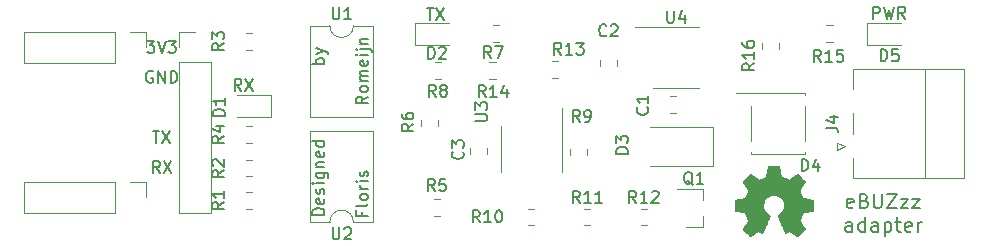
<source format=gbr>
G04 #@! TF.GenerationSoftware,KiCad,Pcbnew,5.1.4-e60b266~84~ubuntu18.04.1*
G04 #@! TF.CreationDate,2019-08-12T17:35:48+02:00*
G04 #@! TF.ProjectId,ebuzzz-adapter,6562757a-7a7a-42d6-9164-61707465722e,rev?*
G04 #@! TF.SameCoordinates,Original*
G04 #@! TF.FileFunction,Legend,Top*
G04 #@! TF.FilePolarity,Positive*
%FSLAX46Y46*%
G04 Gerber Fmt 4.6, Leading zero omitted, Abs format (unit mm)*
G04 Created by KiCad (PCBNEW 5.1.4-e60b266~84~ubuntu18.04.1) date 2019-08-12 17:35:48*
%MOMM*%
%LPD*%
G04 APERTURE LIST*
%ADD10C,0.150000*%
%ADD11C,0.200000*%
%ADD12C,0.010000*%
%ADD13C,0.120000*%
G04 APERTURE END LIST*
D10*
X105441904Y-72096380D02*
X106060952Y-72096380D01*
X105727619Y-72477333D01*
X105870476Y-72477333D01*
X105965714Y-72524952D01*
X106013333Y-72572571D01*
X106060952Y-72667809D01*
X106060952Y-72905904D01*
X106013333Y-73001142D01*
X105965714Y-73048761D01*
X105870476Y-73096380D01*
X105584761Y-73096380D01*
X105489523Y-73048761D01*
X105441904Y-73001142D01*
X106346666Y-72096380D02*
X106680000Y-73096380D01*
X107013333Y-72096380D01*
X107251428Y-72096380D02*
X107870476Y-72096380D01*
X107537142Y-72477333D01*
X107680000Y-72477333D01*
X107775238Y-72524952D01*
X107822857Y-72572571D01*
X107870476Y-72667809D01*
X107870476Y-72905904D01*
X107822857Y-73001142D01*
X107775238Y-73048761D01*
X107680000Y-73096380D01*
X107394285Y-73096380D01*
X107299047Y-73048761D01*
X107251428Y-73001142D01*
X106513333Y-83256380D02*
X106180000Y-82780190D01*
X105941904Y-83256380D02*
X105941904Y-82256380D01*
X106322857Y-82256380D01*
X106418095Y-82304000D01*
X106465714Y-82351619D01*
X106513333Y-82446857D01*
X106513333Y-82589714D01*
X106465714Y-82684952D01*
X106418095Y-82732571D01*
X106322857Y-82780190D01*
X105941904Y-82780190D01*
X106846666Y-82256380D02*
X107513333Y-83256380D01*
X107513333Y-82256380D02*
X106846666Y-83256380D01*
X105918095Y-79716380D02*
X106489523Y-79716380D01*
X106203809Y-80716380D02*
X106203809Y-79716380D01*
X106727619Y-79716380D02*
X107394285Y-80716380D01*
X107394285Y-79716380D02*
X106727619Y-80716380D01*
X105918095Y-74684000D02*
X105822857Y-74636380D01*
X105680000Y-74636380D01*
X105537142Y-74684000D01*
X105441904Y-74779238D01*
X105394285Y-74874476D01*
X105346666Y-75064952D01*
X105346666Y-75207809D01*
X105394285Y-75398285D01*
X105441904Y-75493523D01*
X105537142Y-75588761D01*
X105680000Y-75636380D01*
X105775238Y-75636380D01*
X105918095Y-75588761D01*
X105965714Y-75541142D01*
X105965714Y-75207809D01*
X105775238Y-75207809D01*
X106394285Y-75636380D02*
X106394285Y-74636380D01*
X106965714Y-75636380D01*
X106965714Y-74636380D01*
X107441904Y-75636380D02*
X107441904Y-74636380D01*
X107680000Y-74636380D01*
X107822857Y-74684000D01*
X107918095Y-74779238D01*
X107965714Y-74874476D01*
X108013333Y-75064952D01*
X108013333Y-75207809D01*
X107965714Y-75398285D01*
X107918095Y-75493523D01*
X107822857Y-75588761D01*
X107680000Y-75636380D01*
X107441904Y-75636380D01*
X123628571Y-86566666D02*
X123628571Y-86900000D01*
X124152380Y-86900000D02*
X123152380Y-86900000D01*
X123152380Y-86423809D01*
X124152380Y-85900000D02*
X124104761Y-85995238D01*
X124009523Y-86042857D01*
X123152380Y-86042857D01*
X124152380Y-85376190D02*
X124104761Y-85471428D01*
X124057142Y-85519047D01*
X123961904Y-85566666D01*
X123676190Y-85566666D01*
X123580952Y-85519047D01*
X123533333Y-85471428D01*
X123485714Y-85376190D01*
X123485714Y-85233333D01*
X123533333Y-85138095D01*
X123580952Y-85090476D01*
X123676190Y-85042857D01*
X123961904Y-85042857D01*
X124057142Y-85090476D01*
X124104761Y-85138095D01*
X124152380Y-85233333D01*
X124152380Y-85376190D01*
X124152380Y-84614285D02*
X123485714Y-84614285D01*
X123676190Y-84614285D02*
X123580952Y-84566666D01*
X123533333Y-84519047D01*
X123485714Y-84423809D01*
X123485714Y-84328571D01*
X124152380Y-83995238D02*
X123485714Y-83995238D01*
X123152380Y-83995238D02*
X123200000Y-84042857D01*
X123247619Y-83995238D01*
X123200000Y-83947619D01*
X123152380Y-83995238D01*
X123247619Y-83995238D01*
X124104761Y-83566666D02*
X124152380Y-83471428D01*
X124152380Y-83280952D01*
X124104761Y-83185714D01*
X124009523Y-83138095D01*
X123961904Y-83138095D01*
X123866666Y-83185714D01*
X123819047Y-83280952D01*
X123819047Y-83423809D01*
X123771428Y-83519047D01*
X123676190Y-83566666D01*
X123628571Y-83566666D01*
X123533333Y-83519047D01*
X123485714Y-83423809D01*
X123485714Y-83280952D01*
X123533333Y-83185714D01*
X124152380Y-76804761D02*
X123676190Y-77138095D01*
X124152380Y-77376190D02*
X123152380Y-77376190D01*
X123152380Y-76995238D01*
X123200000Y-76900000D01*
X123247619Y-76852380D01*
X123342857Y-76804761D01*
X123485714Y-76804761D01*
X123580952Y-76852380D01*
X123628571Y-76900000D01*
X123676190Y-76995238D01*
X123676190Y-77376190D01*
X124152380Y-76233333D02*
X124104761Y-76328571D01*
X124057142Y-76376190D01*
X123961904Y-76423809D01*
X123676190Y-76423809D01*
X123580952Y-76376190D01*
X123533333Y-76328571D01*
X123485714Y-76233333D01*
X123485714Y-76090476D01*
X123533333Y-75995238D01*
X123580952Y-75947619D01*
X123676190Y-75900000D01*
X123961904Y-75900000D01*
X124057142Y-75947619D01*
X124104761Y-75995238D01*
X124152380Y-76090476D01*
X124152380Y-76233333D01*
X124152380Y-75471428D02*
X123485714Y-75471428D01*
X123580952Y-75471428D02*
X123533333Y-75423809D01*
X123485714Y-75328571D01*
X123485714Y-75185714D01*
X123533333Y-75090476D01*
X123628571Y-75042857D01*
X124152380Y-75042857D01*
X123628571Y-75042857D02*
X123533333Y-74995238D01*
X123485714Y-74900000D01*
X123485714Y-74757142D01*
X123533333Y-74661904D01*
X123628571Y-74614285D01*
X124152380Y-74614285D01*
X124104761Y-73757142D02*
X124152380Y-73852380D01*
X124152380Y-74042857D01*
X124104761Y-74138095D01*
X124009523Y-74185714D01*
X123628571Y-74185714D01*
X123533333Y-74138095D01*
X123485714Y-74042857D01*
X123485714Y-73852380D01*
X123533333Y-73757142D01*
X123628571Y-73709523D01*
X123723809Y-73709523D01*
X123819047Y-74185714D01*
X124152380Y-73280952D02*
X123485714Y-73280952D01*
X123152380Y-73280952D02*
X123200000Y-73328571D01*
X123247619Y-73280952D01*
X123200000Y-73233333D01*
X123152380Y-73280952D01*
X123247619Y-73280952D01*
X123485714Y-72804761D02*
X124342857Y-72804761D01*
X124438095Y-72852380D01*
X124485714Y-72947619D01*
X124485714Y-72995238D01*
X123152380Y-72804761D02*
X123200000Y-72852380D01*
X123247619Y-72804761D01*
X123200000Y-72757142D01*
X123152380Y-72804761D01*
X123247619Y-72804761D01*
X123485714Y-72328571D02*
X124152380Y-72328571D01*
X123580952Y-72328571D02*
X123533333Y-72280952D01*
X123485714Y-72185714D01*
X123485714Y-72042857D01*
X123533333Y-71947619D01*
X123628571Y-71900000D01*
X124152380Y-71900000D01*
X120452380Y-86830952D02*
X119452380Y-86830952D01*
X119452380Y-86592857D01*
X119500000Y-86450000D01*
X119595238Y-86354761D01*
X119690476Y-86307142D01*
X119880952Y-86259523D01*
X120023809Y-86259523D01*
X120214285Y-86307142D01*
X120309523Y-86354761D01*
X120404761Y-86450000D01*
X120452380Y-86592857D01*
X120452380Y-86830952D01*
X120404761Y-85450000D02*
X120452380Y-85545238D01*
X120452380Y-85735714D01*
X120404761Y-85830952D01*
X120309523Y-85878571D01*
X119928571Y-85878571D01*
X119833333Y-85830952D01*
X119785714Y-85735714D01*
X119785714Y-85545238D01*
X119833333Y-85450000D01*
X119928571Y-85402380D01*
X120023809Y-85402380D01*
X120119047Y-85878571D01*
X120404761Y-85021428D02*
X120452380Y-84926190D01*
X120452380Y-84735714D01*
X120404761Y-84640476D01*
X120309523Y-84592857D01*
X120261904Y-84592857D01*
X120166666Y-84640476D01*
X120119047Y-84735714D01*
X120119047Y-84878571D01*
X120071428Y-84973809D01*
X119976190Y-85021428D01*
X119928571Y-85021428D01*
X119833333Y-84973809D01*
X119785714Y-84878571D01*
X119785714Y-84735714D01*
X119833333Y-84640476D01*
X120452380Y-84164285D02*
X119785714Y-84164285D01*
X119452380Y-84164285D02*
X119500000Y-84211904D01*
X119547619Y-84164285D01*
X119500000Y-84116666D01*
X119452380Y-84164285D01*
X119547619Y-84164285D01*
X119785714Y-83259523D02*
X120595238Y-83259523D01*
X120690476Y-83307142D01*
X120738095Y-83354761D01*
X120785714Y-83450000D01*
X120785714Y-83592857D01*
X120738095Y-83688095D01*
X120404761Y-83259523D02*
X120452380Y-83354761D01*
X120452380Y-83545238D01*
X120404761Y-83640476D01*
X120357142Y-83688095D01*
X120261904Y-83735714D01*
X119976190Y-83735714D01*
X119880952Y-83688095D01*
X119833333Y-83640476D01*
X119785714Y-83545238D01*
X119785714Y-83354761D01*
X119833333Y-83259523D01*
X119785714Y-82783333D02*
X120452380Y-82783333D01*
X119880952Y-82783333D02*
X119833333Y-82735714D01*
X119785714Y-82640476D01*
X119785714Y-82497619D01*
X119833333Y-82402380D01*
X119928571Y-82354761D01*
X120452380Y-82354761D01*
X120404761Y-81497619D02*
X120452380Y-81592857D01*
X120452380Y-81783333D01*
X120404761Y-81878571D01*
X120309523Y-81926190D01*
X119928571Y-81926190D01*
X119833333Y-81878571D01*
X119785714Y-81783333D01*
X119785714Y-81592857D01*
X119833333Y-81497619D01*
X119928571Y-81450000D01*
X120023809Y-81450000D01*
X120119047Y-81926190D01*
X120452380Y-80592857D02*
X119452380Y-80592857D01*
X120404761Y-80592857D02*
X120452380Y-80688095D01*
X120452380Y-80878571D01*
X120404761Y-80973809D01*
X120357142Y-81021428D01*
X120261904Y-81069047D01*
X119976190Y-81069047D01*
X119880952Y-81021428D01*
X119833333Y-80973809D01*
X119785714Y-80878571D01*
X119785714Y-80688095D01*
X119833333Y-80592857D01*
X120452380Y-74021428D02*
X119452380Y-74021428D01*
X119833333Y-74021428D02*
X119785714Y-73926190D01*
X119785714Y-73735714D01*
X119833333Y-73640476D01*
X119880952Y-73592857D01*
X119976190Y-73545238D01*
X120261904Y-73545238D01*
X120357142Y-73592857D01*
X120404761Y-73640476D01*
X120452380Y-73735714D01*
X120452380Y-73926190D01*
X120404761Y-74021428D01*
X119785714Y-73211904D02*
X120452380Y-72973809D01*
X119785714Y-72735714D02*
X120452380Y-72973809D01*
X120690476Y-73069047D01*
X120738095Y-73116666D01*
X120785714Y-73211904D01*
D11*
X165207142Y-86185714D02*
X165092857Y-86242857D01*
X164864285Y-86242857D01*
X164750000Y-86185714D01*
X164692857Y-86071428D01*
X164692857Y-85614285D01*
X164750000Y-85500000D01*
X164864285Y-85442857D01*
X165092857Y-85442857D01*
X165207142Y-85500000D01*
X165264285Y-85614285D01*
X165264285Y-85728571D01*
X164692857Y-85842857D01*
X166178571Y-85614285D02*
X166350000Y-85671428D01*
X166407142Y-85728571D01*
X166464285Y-85842857D01*
X166464285Y-86014285D01*
X166407142Y-86128571D01*
X166350000Y-86185714D01*
X166235714Y-86242857D01*
X165778571Y-86242857D01*
X165778571Y-85042857D01*
X166178571Y-85042857D01*
X166292857Y-85100000D01*
X166350000Y-85157142D01*
X166407142Y-85271428D01*
X166407142Y-85385714D01*
X166350000Y-85500000D01*
X166292857Y-85557142D01*
X166178571Y-85614285D01*
X165778571Y-85614285D01*
X166978571Y-85042857D02*
X166978571Y-86014285D01*
X167035714Y-86128571D01*
X167092857Y-86185714D01*
X167207142Y-86242857D01*
X167435714Y-86242857D01*
X167550000Y-86185714D01*
X167607142Y-86128571D01*
X167664285Y-86014285D01*
X167664285Y-85042857D01*
X168121428Y-85042857D02*
X168921428Y-85042857D01*
X168121428Y-86242857D01*
X168921428Y-86242857D01*
X169264285Y-85442857D02*
X169892857Y-85442857D01*
X169264285Y-86242857D01*
X169892857Y-86242857D01*
X170235714Y-85442857D02*
X170864285Y-85442857D01*
X170235714Y-86242857D01*
X170864285Y-86242857D01*
X165150000Y-88242857D02*
X165150000Y-87614285D01*
X165092857Y-87500000D01*
X164978571Y-87442857D01*
X164750000Y-87442857D01*
X164635714Y-87500000D01*
X165150000Y-88185714D02*
X165035714Y-88242857D01*
X164750000Y-88242857D01*
X164635714Y-88185714D01*
X164578571Y-88071428D01*
X164578571Y-87957142D01*
X164635714Y-87842857D01*
X164750000Y-87785714D01*
X165035714Y-87785714D01*
X165150000Y-87728571D01*
X166235714Y-88242857D02*
X166235714Y-87042857D01*
X166235714Y-88185714D02*
X166121428Y-88242857D01*
X165892857Y-88242857D01*
X165778571Y-88185714D01*
X165721428Y-88128571D01*
X165664285Y-88014285D01*
X165664285Y-87671428D01*
X165721428Y-87557142D01*
X165778571Y-87500000D01*
X165892857Y-87442857D01*
X166121428Y-87442857D01*
X166235714Y-87500000D01*
X167321428Y-88242857D02*
X167321428Y-87614285D01*
X167264285Y-87500000D01*
X167150000Y-87442857D01*
X166921428Y-87442857D01*
X166807142Y-87500000D01*
X167321428Y-88185714D02*
X167207142Y-88242857D01*
X166921428Y-88242857D01*
X166807142Y-88185714D01*
X166750000Y-88071428D01*
X166750000Y-87957142D01*
X166807142Y-87842857D01*
X166921428Y-87785714D01*
X167207142Y-87785714D01*
X167321428Y-87728571D01*
X167892857Y-87442857D02*
X167892857Y-88642857D01*
X167892857Y-87500000D02*
X168007142Y-87442857D01*
X168235714Y-87442857D01*
X168350000Y-87500000D01*
X168407142Y-87557142D01*
X168464285Y-87671428D01*
X168464285Y-88014285D01*
X168407142Y-88128571D01*
X168350000Y-88185714D01*
X168235714Y-88242857D01*
X168007142Y-88242857D01*
X167892857Y-88185714D01*
X168807142Y-87442857D02*
X169264285Y-87442857D01*
X168978571Y-87042857D02*
X168978571Y-88071428D01*
X169035714Y-88185714D01*
X169150000Y-88242857D01*
X169264285Y-88242857D01*
X170121428Y-88185714D02*
X170007142Y-88242857D01*
X169778571Y-88242857D01*
X169664285Y-88185714D01*
X169607142Y-88071428D01*
X169607142Y-87614285D01*
X169664285Y-87500000D01*
X169778571Y-87442857D01*
X170007142Y-87442857D01*
X170121428Y-87500000D01*
X170178571Y-87614285D01*
X170178571Y-87728571D01*
X169607142Y-87842857D01*
X170692857Y-88242857D02*
X170692857Y-87442857D01*
X170692857Y-87671428D02*
X170750000Y-87557142D01*
X170807142Y-87500000D01*
X170921428Y-87442857D01*
X171035714Y-87442857D01*
D10*
X113433333Y-76302380D02*
X113100000Y-75826190D01*
X112861904Y-76302380D02*
X112861904Y-75302380D01*
X113242857Y-75302380D01*
X113338095Y-75350000D01*
X113385714Y-75397619D01*
X113433333Y-75492857D01*
X113433333Y-75635714D01*
X113385714Y-75730952D01*
X113338095Y-75778571D01*
X113242857Y-75826190D01*
X112861904Y-75826190D01*
X113766666Y-75302380D02*
X114433333Y-76302380D01*
X114433333Y-75302380D02*
X113766666Y-76302380D01*
X129138095Y-69302380D02*
X129709523Y-69302380D01*
X129423809Y-70302380D02*
X129423809Y-69302380D01*
X129947619Y-69302380D02*
X130614285Y-70302380D01*
X130614285Y-69302380D02*
X129947619Y-70302380D01*
X166916666Y-70202380D02*
X166916666Y-69202380D01*
X167297619Y-69202380D01*
X167392857Y-69250000D01*
X167440476Y-69297619D01*
X167488095Y-69392857D01*
X167488095Y-69535714D01*
X167440476Y-69630952D01*
X167392857Y-69678571D01*
X167297619Y-69726190D01*
X166916666Y-69726190D01*
X167821428Y-69202380D02*
X168059523Y-70202380D01*
X168250000Y-69488095D01*
X168440476Y-70202380D01*
X168678571Y-69202380D01*
X169630952Y-70202380D02*
X169297619Y-69726190D01*
X169059523Y-70202380D02*
X169059523Y-69202380D01*
X169440476Y-69202380D01*
X169535714Y-69250000D01*
X169583333Y-69297619D01*
X169630952Y-69392857D01*
X169630952Y-69535714D01*
X169583333Y-69630952D01*
X169535714Y-69678571D01*
X169440476Y-69726190D01*
X169059523Y-69726190D01*
D12*
G36*
X159055814Y-83168931D02*
G01*
X159139635Y-83613555D01*
X159448920Y-83741053D01*
X159758206Y-83868551D01*
X160129246Y-83616246D01*
X160233157Y-83545996D01*
X160327087Y-83483272D01*
X160406652Y-83430938D01*
X160467470Y-83391857D01*
X160505157Y-83368893D01*
X160515421Y-83363942D01*
X160533910Y-83376676D01*
X160573420Y-83411882D01*
X160629522Y-83465062D01*
X160697787Y-83531718D01*
X160773786Y-83607354D01*
X160853092Y-83687472D01*
X160931275Y-83767574D01*
X161003907Y-83843164D01*
X161066559Y-83909745D01*
X161114803Y-83962818D01*
X161144210Y-83997887D01*
X161151241Y-84009623D01*
X161141123Y-84031260D01*
X161112759Y-84078662D01*
X161069129Y-84147193D01*
X161013218Y-84232215D01*
X160948006Y-84329093D01*
X160910219Y-84384350D01*
X160841343Y-84485248D01*
X160780140Y-84576299D01*
X160729578Y-84652970D01*
X160692628Y-84710728D01*
X160672258Y-84745043D01*
X160669197Y-84752254D01*
X160676136Y-84772748D01*
X160695051Y-84820513D01*
X160723087Y-84888832D01*
X160757391Y-84970989D01*
X160795109Y-85060270D01*
X160833387Y-85149958D01*
X160869370Y-85233338D01*
X160900206Y-85303694D01*
X160923039Y-85354310D01*
X160935017Y-85378471D01*
X160935724Y-85379422D01*
X160954531Y-85384036D01*
X161004618Y-85394328D01*
X161080793Y-85409287D01*
X161177865Y-85427901D01*
X161290643Y-85449159D01*
X161356442Y-85461418D01*
X161476950Y-85484362D01*
X161585797Y-85506195D01*
X161677476Y-85525722D01*
X161746481Y-85541748D01*
X161787304Y-85553079D01*
X161795511Y-85556674D01*
X161803548Y-85581006D01*
X161810033Y-85635959D01*
X161814970Y-85715108D01*
X161818364Y-85812026D01*
X161820218Y-85920287D01*
X161820538Y-86033465D01*
X161819327Y-86145135D01*
X161816590Y-86248868D01*
X161812331Y-86338241D01*
X161806555Y-86406826D01*
X161799267Y-86448197D01*
X161794895Y-86456810D01*
X161768764Y-86467133D01*
X161713393Y-86481892D01*
X161636107Y-86499352D01*
X161544230Y-86517780D01*
X161512158Y-86523741D01*
X161357524Y-86552066D01*
X161235375Y-86574876D01*
X161141673Y-86593080D01*
X161072384Y-86607583D01*
X161023471Y-86619292D01*
X160990897Y-86629115D01*
X160970628Y-86637956D01*
X160958626Y-86646724D01*
X160956947Y-86648457D01*
X160940184Y-86676371D01*
X160914614Y-86730695D01*
X160882788Y-86804777D01*
X160847260Y-86891965D01*
X160810583Y-86985608D01*
X160775311Y-87079052D01*
X160743996Y-87165647D01*
X160719193Y-87238740D01*
X160703454Y-87291678D01*
X160699332Y-87317811D01*
X160699676Y-87318726D01*
X160713641Y-87340086D01*
X160745322Y-87387084D01*
X160791391Y-87454827D01*
X160848518Y-87538423D01*
X160913373Y-87632982D01*
X160931843Y-87659854D01*
X160997699Y-87757275D01*
X161055650Y-87846163D01*
X161102538Y-87921412D01*
X161135207Y-87977920D01*
X161150500Y-88010581D01*
X161151241Y-88014593D01*
X161138392Y-88035684D01*
X161102888Y-88077464D01*
X161049293Y-88135445D01*
X160982171Y-88205135D01*
X160906087Y-88282045D01*
X160825604Y-88361683D01*
X160745287Y-88439561D01*
X160669699Y-88511186D01*
X160603405Y-88572070D01*
X160550969Y-88617721D01*
X160516955Y-88643650D01*
X160507545Y-88647883D01*
X160485643Y-88637912D01*
X160440800Y-88611020D01*
X160380321Y-88571736D01*
X160333789Y-88540117D01*
X160249475Y-88482098D01*
X160149626Y-88413784D01*
X160049473Y-88345579D01*
X159995627Y-88309075D01*
X159813371Y-88185800D01*
X159660381Y-88268520D01*
X159590682Y-88304759D01*
X159531414Y-88332926D01*
X159491311Y-88348991D01*
X159481103Y-88351226D01*
X159468829Y-88334722D01*
X159444613Y-88288082D01*
X159410263Y-88215609D01*
X159367588Y-88121606D01*
X159318394Y-88010374D01*
X159264490Y-87886215D01*
X159207684Y-87753432D01*
X159149782Y-87616327D01*
X159092593Y-87479202D01*
X159037924Y-87346358D01*
X158987584Y-87222098D01*
X158943380Y-87110725D01*
X158907119Y-87016539D01*
X158880609Y-86943844D01*
X158865658Y-86896941D01*
X158863254Y-86880833D01*
X158882311Y-86860286D01*
X158924036Y-86826933D01*
X158979706Y-86787702D01*
X158984378Y-86784599D01*
X159128264Y-86669423D01*
X159244283Y-86535053D01*
X159331430Y-86385784D01*
X159388699Y-86225913D01*
X159415086Y-86059737D01*
X159409585Y-85891552D01*
X159371190Y-85725655D01*
X159298895Y-85566342D01*
X159277626Y-85531487D01*
X159166996Y-85390737D01*
X159036302Y-85277714D01*
X158890064Y-85193003D01*
X158732808Y-85137194D01*
X158569057Y-85110874D01*
X158403333Y-85114630D01*
X158240162Y-85149050D01*
X158084065Y-85214723D01*
X157939567Y-85312235D01*
X157894869Y-85351813D01*
X157781112Y-85475703D01*
X157698218Y-85606124D01*
X157641356Y-85752315D01*
X157609687Y-85897088D01*
X157601869Y-86059860D01*
X157627938Y-86223440D01*
X157685245Y-86382298D01*
X157771144Y-86530906D01*
X157882986Y-86663735D01*
X158018123Y-86775256D01*
X158035883Y-86787011D01*
X158092150Y-86825508D01*
X158134923Y-86858863D01*
X158155372Y-86880160D01*
X158155669Y-86880833D01*
X158151279Y-86903871D01*
X158133876Y-86956157D01*
X158105268Y-87033390D01*
X158067265Y-87131268D01*
X158021674Y-87245491D01*
X157970303Y-87371758D01*
X157914962Y-87505767D01*
X157857458Y-87643218D01*
X157799601Y-87779808D01*
X157743198Y-87911237D01*
X157690058Y-88033205D01*
X157641990Y-88141409D01*
X157600801Y-88231549D01*
X157568301Y-88299323D01*
X157546297Y-88340430D01*
X157537436Y-88351226D01*
X157510360Y-88342819D01*
X157459697Y-88320272D01*
X157394183Y-88287613D01*
X157358159Y-88268520D01*
X157205168Y-88185800D01*
X157022912Y-88309075D01*
X156929875Y-88372228D01*
X156828015Y-88441727D01*
X156732562Y-88507165D01*
X156684750Y-88540117D01*
X156617505Y-88585273D01*
X156560564Y-88621057D01*
X156521354Y-88642938D01*
X156508619Y-88647563D01*
X156490083Y-88635085D01*
X156449059Y-88600252D01*
X156389525Y-88546678D01*
X156315458Y-88477983D01*
X156230835Y-88397781D01*
X156177315Y-88346286D01*
X156083681Y-88254286D01*
X156002759Y-88171999D01*
X155937823Y-88102945D01*
X155892142Y-88050644D01*
X155868989Y-88018616D01*
X155866768Y-88012116D01*
X155877076Y-87987394D01*
X155905561Y-87937405D01*
X155949063Y-87867212D01*
X156004423Y-87781875D01*
X156068480Y-87686456D01*
X156086697Y-87659854D01*
X156153073Y-87563167D01*
X156212622Y-87476117D01*
X156262016Y-87403595D01*
X156297925Y-87350493D01*
X156317019Y-87321703D01*
X156318864Y-87318726D01*
X156316105Y-87295782D01*
X156301462Y-87245336D01*
X156277487Y-87174041D01*
X156246734Y-87088547D01*
X156211756Y-86995507D01*
X156175107Y-86901574D01*
X156139339Y-86813399D01*
X156107006Y-86737634D01*
X156080662Y-86680931D01*
X156062858Y-86649943D01*
X156061593Y-86648457D01*
X156050706Y-86639601D01*
X156032318Y-86630843D01*
X156002394Y-86621277D01*
X155956897Y-86609996D01*
X155891791Y-86596093D01*
X155803039Y-86578663D01*
X155686607Y-86556798D01*
X155538458Y-86529591D01*
X155506382Y-86523741D01*
X155411314Y-86505374D01*
X155328435Y-86487405D01*
X155265070Y-86471569D01*
X155228542Y-86459600D01*
X155223644Y-86456810D01*
X155215573Y-86432072D01*
X155209013Y-86376790D01*
X155203967Y-86297389D01*
X155200441Y-86200296D01*
X155198439Y-86091938D01*
X155197964Y-85978740D01*
X155199023Y-85867128D01*
X155201618Y-85763529D01*
X155205754Y-85674368D01*
X155211437Y-85606072D01*
X155218669Y-85565066D01*
X155223029Y-85556674D01*
X155247302Y-85548208D01*
X155302574Y-85534435D01*
X155383338Y-85516550D01*
X155484088Y-85495748D01*
X155599317Y-85473223D01*
X155662098Y-85461418D01*
X155781213Y-85439151D01*
X155887435Y-85418979D01*
X155975573Y-85401915D01*
X156040434Y-85388969D01*
X156076826Y-85381155D01*
X156082816Y-85379422D01*
X156092939Y-85359890D01*
X156114338Y-85312843D01*
X156144161Y-85245003D01*
X156179555Y-85163091D01*
X156217668Y-85073828D01*
X156255647Y-84983935D01*
X156290640Y-84900135D01*
X156319794Y-84829147D01*
X156340257Y-84777694D01*
X156349177Y-84752497D01*
X156349343Y-84751396D01*
X156339231Y-84731519D01*
X156310883Y-84685777D01*
X156267277Y-84618717D01*
X156211394Y-84534884D01*
X156146213Y-84438826D01*
X156108321Y-84383650D01*
X156039275Y-84282481D01*
X155977950Y-84190630D01*
X155927337Y-84112744D01*
X155890429Y-84053469D01*
X155870218Y-84017451D01*
X155867299Y-84009377D01*
X155879847Y-83990584D01*
X155914537Y-83950457D01*
X155966937Y-83893493D01*
X156032616Y-83824185D01*
X156107144Y-83747031D01*
X156186087Y-83666525D01*
X156265017Y-83587163D01*
X156339500Y-83513440D01*
X156405106Y-83449852D01*
X156457404Y-83400894D01*
X156491961Y-83371061D01*
X156503522Y-83363942D01*
X156522346Y-83373953D01*
X156567369Y-83402078D01*
X156634213Y-83445454D01*
X156718501Y-83501218D01*
X156815856Y-83566506D01*
X156889293Y-83616246D01*
X157260333Y-83868551D01*
X157878905Y-83613555D01*
X157962725Y-83168931D01*
X158046546Y-82724307D01*
X158971994Y-82724307D01*
X159055814Y-83168931D01*
X159055814Y-83168931D01*
G37*
X159055814Y-83168931D02*
X159139635Y-83613555D01*
X159448920Y-83741053D01*
X159758206Y-83868551D01*
X160129246Y-83616246D01*
X160233157Y-83545996D01*
X160327087Y-83483272D01*
X160406652Y-83430938D01*
X160467470Y-83391857D01*
X160505157Y-83368893D01*
X160515421Y-83363942D01*
X160533910Y-83376676D01*
X160573420Y-83411882D01*
X160629522Y-83465062D01*
X160697787Y-83531718D01*
X160773786Y-83607354D01*
X160853092Y-83687472D01*
X160931275Y-83767574D01*
X161003907Y-83843164D01*
X161066559Y-83909745D01*
X161114803Y-83962818D01*
X161144210Y-83997887D01*
X161151241Y-84009623D01*
X161141123Y-84031260D01*
X161112759Y-84078662D01*
X161069129Y-84147193D01*
X161013218Y-84232215D01*
X160948006Y-84329093D01*
X160910219Y-84384350D01*
X160841343Y-84485248D01*
X160780140Y-84576299D01*
X160729578Y-84652970D01*
X160692628Y-84710728D01*
X160672258Y-84745043D01*
X160669197Y-84752254D01*
X160676136Y-84772748D01*
X160695051Y-84820513D01*
X160723087Y-84888832D01*
X160757391Y-84970989D01*
X160795109Y-85060270D01*
X160833387Y-85149958D01*
X160869370Y-85233338D01*
X160900206Y-85303694D01*
X160923039Y-85354310D01*
X160935017Y-85378471D01*
X160935724Y-85379422D01*
X160954531Y-85384036D01*
X161004618Y-85394328D01*
X161080793Y-85409287D01*
X161177865Y-85427901D01*
X161290643Y-85449159D01*
X161356442Y-85461418D01*
X161476950Y-85484362D01*
X161585797Y-85506195D01*
X161677476Y-85525722D01*
X161746481Y-85541748D01*
X161787304Y-85553079D01*
X161795511Y-85556674D01*
X161803548Y-85581006D01*
X161810033Y-85635959D01*
X161814970Y-85715108D01*
X161818364Y-85812026D01*
X161820218Y-85920287D01*
X161820538Y-86033465D01*
X161819327Y-86145135D01*
X161816590Y-86248868D01*
X161812331Y-86338241D01*
X161806555Y-86406826D01*
X161799267Y-86448197D01*
X161794895Y-86456810D01*
X161768764Y-86467133D01*
X161713393Y-86481892D01*
X161636107Y-86499352D01*
X161544230Y-86517780D01*
X161512158Y-86523741D01*
X161357524Y-86552066D01*
X161235375Y-86574876D01*
X161141673Y-86593080D01*
X161072384Y-86607583D01*
X161023471Y-86619292D01*
X160990897Y-86629115D01*
X160970628Y-86637956D01*
X160958626Y-86646724D01*
X160956947Y-86648457D01*
X160940184Y-86676371D01*
X160914614Y-86730695D01*
X160882788Y-86804777D01*
X160847260Y-86891965D01*
X160810583Y-86985608D01*
X160775311Y-87079052D01*
X160743996Y-87165647D01*
X160719193Y-87238740D01*
X160703454Y-87291678D01*
X160699332Y-87317811D01*
X160699676Y-87318726D01*
X160713641Y-87340086D01*
X160745322Y-87387084D01*
X160791391Y-87454827D01*
X160848518Y-87538423D01*
X160913373Y-87632982D01*
X160931843Y-87659854D01*
X160997699Y-87757275D01*
X161055650Y-87846163D01*
X161102538Y-87921412D01*
X161135207Y-87977920D01*
X161150500Y-88010581D01*
X161151241Y-88014593D01*
X161138392Y-88035684D01*
X161102888Y-88077464D01*
X161049293Y-88135445D01*
X160982171Y-88205135D01*
X160906087Y-88282045D01*
X160825604Y-88361683D01*
X160745287Y-88439561D01*
X160669699Y-88511186D01*
X160603405Y-88572070D01*
X160550969Y-88617721D01*
X160516955Y-88643650D01*
X160507545Y-88647883D01*
X160485643Y-88637912D01*
X160440800Y-88611020D01*
X160380321Y-88571736D01*
X160333789Y-88540117D01*
X160249475Y-88482098D01*
X160149626Y-88413784D01*
X160049473Y-88345579D01*
X159995627Y-88309075D01*
X159813371Y-88185800D01*
X159660381Y-88268520D01*
X159590682Y-88304759D01*
X159531414Y-88332926D01*
X159491311Y-88348991D01*
X159481103Y-88351226D01*
X159468829Y-88334722D01*
X159444613Y-88288082D01*
X159410263Y-88215609D01*
X159367588Y-88121606D01*
X159318394Y-88010374D01*
X159264490Y-87886215D01*
X159207684Y-87753432D01*
X159149782Y-87616327D01*
X159092593Y-87479202D01*
X159037924Y-87346358D01*
X158987584Y-87222098D01*
X158943380Y-87110725D01*
X158907119Y-87016539D01*
X158880609Y-86943844D01*
X158865658Y-86896941D01*
X158863254Y-86880833D01*
X158882311Y-86860286D01*
X158924036Y-86826933D01*
X158979706Y-86787702D01*
X158984378Y-86784599D01*
X159128264Y-86669423D01*
X159244283Y-86535053D01*
X159331430Y-86385784D01*
X159388699Y-86225913D01*
X159415086Y-86059737D01*
X159409585Y-85891552D01*
X159371190Y-85725655D01*
X159298895Y-85566342D01*
X159277626Y-85531487D01*
X159166996Y-85390737D01*
X159036302Y-85277714D01*
X158890064Y-85193003D01*
X158732808Y-85137194D01*
X158569057Y-85110874D01*
X158403333Y-85114630D01*
X158240162Y-85149050D01*
X158084065Y-85214723D01*
X157939567Y-85312235D01*
X157894869Y-85351813D01*
X157781112Y-85475703D01*
X157698218Y-85606124D01*
X157641356Y-85752315D01*
X157609687Y-85897088D01*
X157601869Y-86059860D01*
X157627938Y-86223440D01*
X157685245Y-86382298D01*
X157771144Y-86530906D01*
X157882986Y-86663735D01*
X158018123Y-86775256D01*
X158035883Y-86787011D01*
X158092150Y-86825508D01*
X158134923Y-86858863D01*
X158155372Y-86880160D01*
X158155669Y-86880833D01*
X158151279Y-86903871D01*
X158133876Y-86956157D01*
X158105268Y-87033390D01*
X158067265Y-87131268D01*
X158021674Y-87245491D01*
X157970303Y-87371758D01*
X157914962Y-87505767D01*
X157857458Y-87643218D01*
X157799601Y-87779808D01*
X157743198Y-87911237D01*
X157690058Y-88033205D01*
X157641990Y-88141409D01*
X157600801Y-88231549D01*
X157568301Y-88299323D01*
X157546297Y-88340430D01*
X157537436Y-88351226D01*
X157510360Y-88342819D01*
X157459697Y-88320272D01*
X157394183Y-88287613D01*
X157358159Y-88268520D01*
X157205168Y-88185800D01*
X157022912Y-88309075D01*
X156929875Y-88372228D01*
X156828015Y-88441727D01*
X156732562Y-88507165D01*
X156684750Y-88540117D01*
X156617505Y-88585273D01*
X156560564Y-88621057D01*
X156521354Y-88642938D01*
X156508619Y-88647563D01*
X156490083Y-88635085D01*
X156449059Y-88600252D01*
X156389525Y-88546678D01*
X156315458Y-88477983D01*
X156230835Y-88397781D01*
X156177315Y-88346286D01*
X156083681Y-88254286D01*
X156002759Y-88171999D01*
X155937823Y-88102945D01*
X155892142Y-88050644D01*
X155868989Y-88018616D01*
X155866768Y-88012116D01*
X155877076Y-87987394D01*
X155905561Y-87937405D01*
X155949063Y-87867212D01*
X156004423Y-87781875D01*
X156068480Y-87686456D01*
X156086697Y-87659854D01*
X156153073Y-87563167D01*
X156212622Y-87476117D01*
X156262016Y-87403595D01*
X156297925Y-87350493D01*
X156317019Y-87321703D01*
X156318864Y-87318726D01*
X156316105Y-87295782D01*
X156301462Y-87245336D01*
X156277487Y-87174041D01*
X156246734Y-87088547D01*
X156211756Y-86995507D01*
X156175107Y-86901574D01*
X156139339Y-86813399D01*
X156107006Y-86737634D01*
X156080662Y-86680931D01*
X156062858Y-86649943D01*
X156061593Y-86648457D01*
X156050706Y-86639601D01*
X156032318Y-86630843D01*
X156002394Y-86621277D01*
X155956897Y-86609996D01*
X155891791Y-86596093D01*
X155803039Y-86578663D01*
X155686607Y-86556798D01*
X155538458Y-86529591D01*
X155506382Y-86523741D01*
X155411314Y-86505374D01*
X155328435Y-86487405D01*
X155265070Y-86471569D01*
X155228542Y-86459600D01*
X155223644Y-86456810D01*
X155215573Y-86432072D01*
X155209013Y-86376790D01*
X155203967Y-86297389D01*
X155200441Y-86200296D01*
X155198439Y-86091938D01*
X155197964Y-85978740D01*
X155199023Y-85867128D01*
X155201618Y-85763529D01*
X155205754Y-85674368D01*
X155211437Y-85606072D01*
X155218669Y-85565066D01*
X155223029Y-85556674D01*
X155247302Y-85548208D01*
X155302574Y-85534435D01*
X155383338Y-85516550D01*
X155484088Y-85495748D01*
X155599317Y-85473223D01*
X155662098Y-85461418D01*
X155781213Y-85439151D01*
X155887435Y-85418979D01*
X155975573Y-85401915D01*
X156040434Y-85388969D01*
X156076826Y-85381155D01*
X156082816Y-85379422D01*
X156092939Y-85359890D01*
X156114338Y-85312843D01*
X156144161Y-85245003D01*
X156179555Y-85163091D01*
X156217668Y-85073828D01*
X156255647Y-84983935D01*
X156290640Y-84900135D01*
X156319794Y-84829147D01*
X156340257Y-84777694D01*
X156349177Y-84752497D01*
X156349343Y-84751396D01*
X156339231Y-84731519D01*
X156310883Y-84685777D01*
X156267277Y-84618717D01*
X156211394Y-84534884D01*
X156146213Y-84438826D01*
X156108321Y-84383650D01*
X156039275Y-84282481D01*
X155977950Y-84190630D01*
X155927337Y-84112744D01*
X155890429Y-84053469D01*
X155870218Y-84017451D01*
X155867299Y-84009377D01*
X155879847Y-83990584D01*
X155914537Y-83950457D01*
X155966937Y-83893493D01*
X156032616Y-83824185D01*
X156107144Y-83747031D01*
X156186087Y-83666525D01*
X156265017Y-83587163D01*
X156339500Y-83513440D01*
X156405106Y-83449852D01*
X156457404Y-83400894D01*
X156491961Y-83371061D01*
X156503522Y-83363942D01*
X156522346Y-83373953D01*
X156567369Y-83402078D01*
X156634213Y-83445454D01*
X156718501Y-83501218D01*
X156815856Y-83566506D01*
X156889293Y-83616246D01*
X157260333Y-83868551D01*
X157878905Y-83613555D01*
X157962725Y-83168931D01*
X158046546Y-82724307D01*
X158971994Y-82724307D01*
X159055814Y-83168931D01*
D13*
X161150000Y-76700000D02*
X161150000Y-76500000D01*
X161150000Y-76500000D02*
X155350000Y-76500000D01*
X161150000Y-81500000D02*
X161150000Y-81700000D01*
X161150000Y-81700000D02*
X156550000Y-81700000D01*
X156550000Y-81700000D02*
X156550000Y-81500000D01*
X161150000Y-77600000D02*
X161150000Y-80600000D01*
X156550000Y-80600000D02*
X156550000Y-77600000D01*
X150261252Y-76790000D02*
X149738748Y-76790000D01*
X150261252Y-78210000D02*
X149738748Y-78210000D01*
X145210000Y-73738748D02*
X145210000Y-74261252D01*
X143790000Y-73738748D02*
X143790000Y-74261252D01*
X132790000Y-81661252D02*
X132790000Y-81138748D01*
X134210000Y-81661252D02*
X134210000Y-81138748D01*
X113046000Y-78560000D02*
X115906000Y-78560000D01*
X115906000Y-78560000D02*
X115906000Y-76640000D01*
X115906000Y-76640000D02*
X113046000Y-76640000D01*
X128115000Y-72460000D02*
X130975000Y-72460000D01*
X128115000Y-70540000D02*
X128115000Y-72460000D01*
X130975000Y-70540000D02*
X128115000Y-70540000D01*
X153400000Y-82650000D02*
X153400000Y-79350000D01*
X153400000Y-79350000D02*
X148000000Y-79350000D01*
X153400000Y-82650000D02*
X148000000Y-82650000D01*
X169250000Y-70540000D02*
X166390000Y-70540000D01*
X166390000Y-70540000D02*
X166390000Y-72460000D01*
X166390000Y-72460000D02*
X169250000Y-72460000D01*
X95050000Y-71314000D02*
X95050000Y-73974000D01*
X102730000Y-71314000D02*
X95050000Y-71314000D01*
X102730000Y-73974000D02*
X95050000Y-73974000D01*
X102730000Y-71314000D02*
X102730000Y-73974000D01*
X104000000Y-71314000D02*
X105330000Y-71314000D01*
X105330000Y-71314000D02*
X105330000Y-72644000D01*
X105330000Y-84014000D02*
X105330000Y-85344000D01*
X104000000Y-84014000D02*
X105330000Y-84014000D01*
X102730000Y-84014000D02*
X102730000Y-86674000D01*
X102730000Y-86674000D02*
X95050000Y-86674000D01*
X102730000Y-84014000D02*
X95050000Y-84014000D01*
X95050000Y-84014000D02*
X95050000Y-86674000D01*
X108170000Y-86674000D02*
X110830000Y-86674000D01*
X108170000Y-73914000D02*
X108170000Y-86674000D01*
X110830000Y-73914000D02*
X110830000Y-86674000D01*
X108170000Y-73914000D02*
X110830000Y-73914000D01*
X108170000Y-72644000D02*
X108170000Y-71314000D01*
X108170000Y-71314000D02*
X109500000Y-71314000D01*
X165190000Y-83710000D02*
X174610000Y-83710000D01*
X174610000Y-83710000D02*
X174610000Y-74480000D01*
X174610000Y-74480000D02*
X165190000Y-74480000D01*
X165190000Y-83710000D02*
X165190000Y-82050000D01*
X165190000Y-74480000D02*
X165190000Y-76140000D01*
X165190000Y-79950000D02*
X165190000Y-78240000D01*
X171300000Y-83710000D02*
X171300000Y-74480000D01*
X163900000Y-80700000D02*
X164500000Y-81000000D01*
X164500000Y-81000000D02*
X163900000Y-81300000D01*
X163900000Y-81300000D02*
X163900000Y-80700000D01*
X152510000Y-87830000D02*
X152510000Y-86900000D01*
X152510000Y-84670000D02*
X152510000Y-85600000D01*
X152510000Y-84670000D02*
X150350000Y-84670000D01*
X152510000Y-87830000D02*
X151050000Y-87830000D01*
X113784748Y-84888000D02*
X114307252Y-84888000D01*
X113784748Y-86308000D02*
X114307252Y-86308000D01*
X114307252Y-82140000D02*
X113784748Y-82140000D01*
X114307252Y-83560000D02*
X113784748Y-83560000D01*
X113784748Y-71426000D02*
X114307252Y-71426000D01*
X113784748Y-72846000D02*
X114307252Y-72846000D01*
X114307252Y-79300000D02*
X113784748Y-79300000D01*
X114307252Y-80720000D02*
X113784748Y-80720000D01*
X130236252Y-85490000D02*
X129713748Y-85490000D01*
X130236252Y-86910000D02*
X129713748Y-86910000D01*
X128630000Y-78768748D02*
X128630000Y-79291252D01*
X130050000Y-78768748D02*
X130050000Y-79291252D01*
X135236252Y-72210000D02*
X134713748Y-72210000D01*
X135236252Y-70790000D02*
X134713748Y-70790000D01*
X129788748Y-73890000D02*
X130311252Y-73890000D01*
X129788748Y-75310000D02*
X130311252Y-75310000D01*
X141290000Y-81761252D02*
X141290000Y-81238748D01*
X142710000Y-81761252D02*
X142710000Y-81238748D01*
X137713748Y-87710000D02*
X138236252Y-87710000D01*
X137713748Y-86290000D02*
X138236252Y-86290000D01*
X142463748Y-87710000D02*
X142986252Y-87710000D01*
X142463748Y-86290000D02*
X142986252Y-86290000D01*
X147238748Y-86290000D02*
X147761252Y-86290000D01*
X147238748Y-87710000D02*
X147761252Y-87710000D01*
X140236252Y-75210000D02*
X139713748Y-75210000D01*
X140236252Y-73790000D02*
X139713748Y-73790000D01*
X134961252Y-73890000D02*
X134438748Y-73890000D01*
X134961252Y-75310000D02*
X134438748Y-75310000D01*
X163486252Y-72210000D02*
X162963748Y-72210000D01*
X163486252Y-70790000D02*
X162963748Y-70790000D01*
X122920000Y-70806000D02*
G75*
G02X120920000Y-70806000I-1000000J0D01*
G01*
X120920000Y-70806000D02*
X119270000Y-70806000D01*
X119270000Y-70806000D02*
X119270000Y-78546000D01*
X119270000Y-78546000D02*
X124570000Y-78546000D01*
X124570000Y-78546000D02*
X124570000Y-70806000D01*
X124570000Y-70806000D02*
X122920000Y-70806000D01*
X119270000Y-87436000D02*
X120920000Y-87436000D01*
X119270000Y-79696000D02*
X119270000Y-87436000D01*
X124570000Y-79696000D02*
X119270000Y-79696000D01*
X124570000Y-87436000D02*
X124570000Y-79696000D01*
X122920000Y-87436000D02*
X124570000Y-87436000D01*
X120920000Y-87436000D02*
G75*
G02X122920000Y-87436000I1000000J0D01*
G01*
X140560000Y-81250000D02*
X140560000Y-77800000D01*
X140560000Y-81250000D02*
X140560000Y-83200000D01*
X135440000Y-81250000D02*
X135440000Y-79300000D01*
X135440000Y-81250000D02*
X135440000Y-83200000D01*
X150250000Y-76060000D02*
X152200000Y-76060000D01*
X150250000Y-76060000D02*
X148300000Y-76060000D01*
X150250000Y-70940000D02*
X152200000Y-70940000D01*
X150250000Y-70940000D02*
X146800000Y-70940000D01*
X158960000Y-72288748D02*
X158960000Y-72811252D01*
X157540000Y-72288748D02*
X157540000Y-72811252D01*
D10*
X160861904Y-83102380D02*
X160861904Y-82102380D01*
X161100000Y-82102380D01*
X161242857Y-82150000D01*
X161338095Y-82245238D01*
X161385714Y-82340476D01*
X161433333Y-82530952D01*
X161433333Y-82673809D01*
X161385714Y-82864285D01*
X161338095Y-82959523D01*
X161242857Y-83054761D01*
X161100000Y-83102380D01*
X160861904Y-83102380D01*
X162290476Y-82435714D02*
X162290476Y-83102380D01*
X162052380Y-82054761D02*
X161814285Y-82769047D01*
X162433333Y-82769047D01*
X147807142Y-77716666D02*
X147854761Y-77764285D01*
X147902380Y-77907142D01*
X147902380Y-78002380D01*
X147854761Y-78145238D01*
X147759523Y-78240476D01*
X147664285Y-78288095D01*
X147473809Y-78335714D01*
X147330952Y-78335714D01*
X147140476Y-78288095D01*
X147045238Y-78240476D01*
X146950000Y-78145238D01*
X146902380Y-78002380D01*
X146902380Y-77907142D01*
X146950000Y-77764285D01*
X146997619Y-77716666D01*
X147902380Y-76764285D02*
X147902380Y-77335714D01*
X147902380Y-77050000D02*
X146902380Y-77050000D01*
X147045238Y-77145238D01*
X147140476Y-77240476D01*
X147188095Y-77335714D01*
X144333333Y-71607142D02*
X144285714Y-71654761D01*
X144142857Y-71702380D01*
X144047619Y-71702380D01*
X143904761Y-71654761D01*
X143809523Y-71559523D01*
X143761904Y-71464285D01*
X143714285Y-71273809D01*
X143714285Y-71130952D01*
X143761904Y-70940476D01*
X143809523Y-70845238D01*
X143904761Y-70750000D01*
X144047619Y-70702380D01*
X144142857Y-70702380D01*
X144285714Y-70750000D01*
X144333333Y-70797619D01*
X144714285Y-70797619D02*
X144761904Y-70750000D01*
X144857142Y-70702380D01*
X145095238Y-70702380D01*
X145190476Y-70750000D01*
X145238095Y-70797619D01*
X145285714Y-70892857D01*
X145285714Y-70988095D01*
X145238095Y-71130952D01*
X144666666Y-71702380D01*
X145285714Y-71702380D01*
X132157142Y-81466666D02*
X132204761Y-81514285D01*
X132252380Y-81657142D01*
X132252380Y-81752380D01*
X132204761Y-81895238D01*
X132109523Y-81990476D01*
X132014285Y-82038095D01*
X131823809Y-82085714D01*
X131680952Y-82085714D01*
X131490476Y-82038095D01*
X131395238Y-81990476D01*
X131300000Y-81895238D01*
X131252380Y-81752380D01*
X131252380Y-81657142D01*
X131300000Y-81514285D01*
X131347619Y-81466666D01*
X131252380Y-81133333D02*
X131252380Y-80514285D01*
X131633333Y-80847619D01*
X131633333Y-80704761D01*
X131680952Y-80609523D01*
X131728571Y-80561904D01*
X131823809Y-80514285D01*
X132061904Y-80514285D01*
X132157142Y-80561904D01*
X132204761Y-80609523D01*
X132252380Y-80704761D01*
X132252380Y-80990476D01*
X132204761Y-81085714D01*
X132157142Y-81133333D01*
X112023380Y-78438095D02*
X111023380Y-78438095D01*
X111023380Y-78200000D01*
X111071000Y-78057142D01*
X111166238Y-77961904D01*
X111261476Y-77914285D01*
X111451952Y-77866666D01*
X111594809Y-77866666D01*
X111785285Y-77914285D01*
X111880523Y-77961904D01*
X111975761Y-78057142D01*
X112023380Y-78200000D01*
X112023380Y-78438095D01*
X112023380Y-76914285D02*
X112023380Y-77485714D01*
X112023380Y-77200000D02*
X111023380Y-77200000D01*
X111166238Y-77295238D01*
X111261476Y-77390476D01*
X111309095Y-77485714D01*
X129236904Y-73602380D02*
X129236904Y-72602380D01*
X129475000Y-72602380D01*
X129617857Y-72650000D01*
X129713095Y-72745238D01*
X129760714Y-72840476D01*
X129808333Y-73030952D01*
X129808333Y-73173809D01*
X129760714Y-73364285D01*
X129713095Y-73459523D01*
X129617857Y-73554761D01*
X129475000Y-73602380D01*
X129236904Y-73602380D01*
X130189285Y-72697619D02*
X130236904Y-72650000D01*
X130332142Y-72602380D01*
X130570238Y-72602380D01*
X130665476Y-72650000D01*
X130713095Y-72697619D01*
X130760714Y-72792857D01*
X130760714Y-72888095D01*
X130713095Y-73030952D01*
X130141666Y-73602380D01*
X130760714Y-73602380D01*
X146152380Y-81638095D02*
X145152380Y-81638095D01*
X145152380Y-81400000D01*
X145200000Y-81257142D01*
X145295238Y-81161904D01*
X145390476Y-81114285D01*
X145580952Y-81066666D01*
X145723809Y-81066666D01*
X145914285Y-81114285D01*
X146009523Y-81161904D01*
X146104761Y-81257142D01*
X146152380Y-81400000D01*
X146152380Y-81638095D01*
X145152380Y-80733333D02*
X145152380Y-80114285D01*
X145533333Y-80447619D01*
X145533333Y-80304761D01*
X145580952Y-80209523D01*
X145628571Y-80161904D01*
X145723809Y-80114285D01*
X145961904Y-80114285D01*
X146057142Y-80161904D01*
X146104761Y-80209523D01*
X146152380Y-80304761D01*
X146152380Y-80590476D01*
X146104761Y-80685714D01*
X146057142Y-80733333D01*
X167561904Y-73802380D02*
X167561904Y-72802380D01*
X167800000Y-72802380D01*
X167942857Y-72850000D01*
X168038095Y-72945238D01*
X168085714Y-73040476D01*
X168133333Y-73230952D01*
X168133333Y-73373809D01*
X168085714Y-73564285D01*
X168038095Y-73659523D01*
X167942857Y-73754761D01*
X167800000Y-73802380D01*
X167561904Y-73802380D01*
X169038095Y-72802380D02*
X168561904Y-72802380D01*
X168514285Y-73278571D01*
X168561904Y-73230952D01*
X168657142Y-73183333D01*
X168895238Y-73183333D01*
X168990476Y-73230952D01*
X169038095Y-73278571D01*
X169085714Y-73373809D01*
X169085714Y-73611904D01*
X169038095Y-73707142D01*
X168990476Y-73754761D01*
X168895238Y-73802380D01*
X168657142Y-73802380D01*
X168561904Y-73754761D01*
X168514285Y-73707142D01*
X162952380Y-79433333D02*
X163666666Y-79433333D01*
X163809523Y-79480952D01*
X163904761Y-79576190D01*
X163952380Y-79719047D01*
X163952380Y-79814285D01*
X163285714Y-78528571D02*
X163952380Y-78528571D01*
X162904761Y-78766666D02*
X163619047Y-79004761D01*
X163619047Y-78385714D01*
X151654761Y-84297619D02*
X151559523Y-84250000D01*
X151464285Y-84154761D01*
X151321428Y-84011904D01*
X151226190Y-83964285D01*
X151130952Y-83964285D01*
X151178571Y-84202380D02*
X151083333Y-84154761D01*
X150988095Y-84059523D01*
X150940476Y-83869047D01*
X150940476Y-83535714D01*
X150988095Y-83345238D01*
X151083333Y-83250000D01*
X151178571Y-83202380D01*
X151369047Y-83202380D01*
X151464285Y-83250000D01*
X151559523Y-83345238D01*
X151607142Y-83535714D01*
X151607142Y-83869047D01*
X151559523Y-84059523D01*
X151464285Y-84154761D01*
X151369047Y-84202380D01*
X151178571Y-84202380D01*
X152559523Y-84202380D02*
X151988095Y-84202380D01*
X152273809Y-84202380D02*
X152273809Y-83202380D01*
X152178571Y-83345238D01*
X152083333Y-83440476D01*
X151988095Y-83488095D01*
X111958380Y-85764666D02*
X111482190Y-86098000D01*
X111958380Y-86336095D02*
X110958380Y-86336095D01*
X110958380Y-85955142D01*
X111006000Y-85859904D01*
X111053619Y-85812285D01*
X111148857Y-85764666D01*
X111291714Y-85764666D01*
X111386952Y-85812285D01*
X111434571Y-85859904D01*
X111482190Y-85955142D01*
X111482190Y-86336095D01*
X111958380Y-84812285D02*
X111958380Y-85383714D01*
X111958380Y-85098000D02*
X110958380Y-85098000D01*
X111101238Y-85193238D01*
X111196476Y-85288476D01*
X111244095Y-85383714D01*
X111958380Y-83066666D02*
X111482190Y-83400000D01*
X111958380Y-83638095D02*
X110958380Y-83638095D01*
X110958380Y-83257142D01*
X111006000Y-83161904D01*
X111053619Y-83114285D01*
X111148857Y-83066666D01*
X111291714Y-83066666D01*
X111386952Y-83114285D01*
X111434571Y-83161904D01*
X111482190Y-83257142D01*
X111482190Y-83638095D01*
X111053619Y-82685714D02*
X111006000Y-82638095D01*
X110958380Y-82542857D01*
X110958380Y-82304761D01*
X111006000Y-82209523D01*
X111053619Y-82161904D01*
X111148857Y-82114285D01*
X111244095Y-82114285D01*
X111386952Y-82161904D01*
X111958380Y-82733333D01*
X111958380Y-82114285D01*
X111958380Y-72302666D02*
X111482190Y-72636000D01*
X111958380Y-72874095D02*
X110958380Y-72874095D01*
X110958380Y-72493142D01*
X111006000Y-72397904D01*
X111053619Y-72350285D01*
X111148857Y-72302666D01*
X111291714Y-72302666D01*
X111386952Y-72350285D01*
X111434571Y-72397904D01*
X111482190Y-72493142D01*
X111482190Y-72874095D01*
X110958380Y-71969333D02*
X110958380Y-71350285D01*
X111339333Y-71683619D01*
X111339333Y-71540761D01*
X111386952Y-71445523D01*
X111434571Y-71397904D01*
X111529809Y-71350285D01*
X111767904Y-71350285D01*
X111863142Y-71397904D01*
X111910761Y-71445523D01*
X111958380Y-71540761D01*
X111958380Y-71826476D01*
X111910761Y-71921714D01*
X111863142Y-71969333D01*
X111958380Y-80176666D02*
X111482190Y-80510000D01*
X111958380Y-80748095D02*
X110958380Y-80748095D01*
X110958380Y-80367142D01*
X111006000Y-80271904D01*
X111053619Y-80224285D01*
X111148857Y-80176666D01*
X111291714Y-80176666D01*
X111386952Y-80224285D01*
X111434571Y-80271904D01*
X111482190Y-80367142D01*
X111482190Y-80748095D01*
X111291714Y-79319523D02*
X111958380Y-79319523D01*
X110910761Y-79557619D02*
X111625047Y-79795714D01*
X111625047Y-79176666D01*
X129808333Y-84802380D02*
X129475000Y-84326190D01*
X129236904Y-84802380D02*
X129236904Y-83802380D01*
X129617857Y-83802380D01*
X129713095Y-83850000D01*
X129760714Y-83897619D01*
X129808333Y-83992857D01*
X129808333Y-84135714D01*
X129760714Y-84230952D01*
X129713095Y-84278571D01*
X129617857Y-84326190D01*
X129236904Y-84326190D01*
X130713095Y-83802380D02*
X130236904Y-83802380D01*
X130189285Y-84278571D01*
X130236904Y-84230952D01*
X130332142Y-84183333D01*
X130570238Y-84183333D01*
X130665476Y-84230952D01*
X130713095Y-84278571D01*
X130760714Y-84373809D01*
X130760714Y-84611904D01*
X130713095Y-84707142D01*
X130665476Y-84754761D01*
X130570238Y-84802380D01*
X130332142Y-84802380D01*
X130236904Y-84754761D01*
X130189285Y-84707142D01*
X128002380Y-79116666D02*
X127526190Y-79450000D01*
X128002380Y-79688095D02*
X127002380Y-79688095D01*
X127002380Y-79307142D01*
X127050000Y-79211904D01*
X127097619Y-79164285D01*
X127192857Y-79116666D01*
X127335714Y-79116666D01*
X127430952Y-79164285D01*
X127478571Y-79211904D01*
X127526190Y-79307142D01*
X127526190Y-79688095D01*
X127002380Y-78259523D02*
X127002380Y-78450000D01*
X127050000Y-78545238D01*
X127097619Y-78592857D01*
X127240476Y-78688095D01*
X127430952Y-78735714D01*
X127811904Y-78735714D01*
X127907142Y-78688095D01*
X127954761Y-78640476D01*
X128002380Y-78545238D01*
X128002380Y-78354761D01*
X127954761Y-78259523D01*
X127907142Y-78211904D01*
X127811904Y-78164285D01*
X127573809Y-78164285D01*
X127478571Y-78211904D01*
X127430952Y-78259523D01*
X127383333Y-78354761D01*
X127383333Y-78545238D01*
X127430952Y-78640476D01*
X127478571Y-78688095D01*
X127573809Y-78735714D01*
X134583333Y-73552380D02*
X134250000Y-73076190D01*
X134011904Y-73552380D02*
X134011904Y-72552380D01*
X134392857Y-72552380D01*
X134488095Y-72600000D01*
X134535714Y-72647619D01*
X134583333Y-72742857D01*
X134583333Y-72885714D01*
X134535714Y-72980952D01*
X134488095Y-73028571D01*
X134392857Y-73076190D01*
X134011904Y-73076190D01*
X134916666Y-72552380D02*
X135583333Y-72552380D01*
X135154761Y-73552380D01*
X129883333Y-76802380D02*
X129550000Y-76326190D01*
X129311904Y-76802380D02*
X129311904Y-75802380D01*
X129692857Y-75802380D01*
X129788095Y-75850000D01*
X129835714Y-75897619D01*
X129883333Y-75992857D01*
X129883333Y-76135714D01*
X129835714Y-76230952D01*
X129788095Y-76278571D01*
X129692857Y-76326190D01*
X129311904Y-76326190D01*
X130454761Y-76230952D02*
X130359523Y-76183333D01*
X130311904Y-76135714D01*
X130264285Y-76040476D01*
X130264285Y-75992857D01*
X130311904Y-75897619D01*
X130359523Y-75850000D01*
X130454761Y-75802380D01*
X130645238Y-75802380D01*
X130740476Y-75850000D01*
X130788095Y-75897619D01*
X130835714Y-75992857D01*
X130835714Y-76040476D01*
X130788095Y-76135714D01*
X130740476Y-76183333D01*
X130645238Y-76230952D01*
X130454761Y-76230952D01*
X130359523Y-76278571D01*
X130311904Y-76326190D01*
X130264285Y-76421428D01*
X130264285Y-76611904D01*
X130311904Y-76707142D01*
X130359523Y-76754761D01*
X130454761Y-76802380D01*
X130645238Y-76802380D01*
X130740476Y-76754761D01*
X130788095Y-76707142D01*
X130835714Y-76611904D01*
X130835714Y-76421428D01*
X130788095Y-76326190D01*
X130740476Y-76278571D01*
X130645238Y-76230952D01*
X142083333Y-78952380D02*
X141750000Y-78476190D01*
X141511904Y-78952380D02*
X141511904Y-77952380D01*
X141892857Y-77952380D01*
X141988095Y-78000000D01*
X142035714Y-78047619D01*
X142083333Y-78142857D01*
X142083333Y-78285714D01*
X142035714Y-78380952D01*
X141988095Y-78428571D01*
X141892857Y-78476190D01*
X141511904Y-78476190D01*
X142559523Y-78952380D02*
X142750000Y-78952380D01*
X142845238Y-78904761D01*
X142892857Y-78857142D01*
X142988095Y-78714285D01*
X143035714Y-78523809D01*
X143035714Y-78142857D01*
X142988095Y-78047619D01*
X142940476Y-78000000D01*
X142845238Y-77952380D01*
X142654761Y-77952380D01*
X142559523Y-78000000D01*
X142511904Y-78047619D01*
X142464285Y-78142857D01*
X142464285Y-78380952D01*
X142511904Y-78476190D01*
X142559523Y-78523809D01*
X142654761Y-78571428D01*
X142845238Y-78571428D01*
X142940476Y-78523809D01*
X142988095Y-78476190D01*
X143035714Y-78380952D01*
X133607142Y-87452380D02*
X133273809Y-86976190D01*
X133035714Y-87452380D02*
X133035714Y-86452380D01*
X133416666Y-86452380D01*
X133511904Y-86500000D01*
X133559523Y-86547619D01*
X133607142Y-86642857D01*
X133607142Y-86785714D01*
X133559523Y-86880952D01*
X133511904Y-86928571D01*
X133416666Y-86976190D01*
X133035714Y-86976190D01*
X134559523Y-87452380D02*
X133988095Y-87452380D01*
X134273809Y-87452380D02*
X134273809Y-86452380D01*
X134178571Y-86595238D01*
X134083333Y-86690476D01*
X133988095Y-86738095D01*
X135178571Y-86452380D02*
X135273809Y-86452380D01*
X135369047Y-86500000D01*
X135416666Y-86547619D01*
X135464285Y-86642857D01*
X135511904Y-86833333D01*
X135511904Y-87071428D01*
X135464285Y-87261904D01*
X135416666Y-87357142D01*
X135369047Y-87404761D01*
X135273809Y-87452380D01*
X135178571Y-87452380D01*
X135083333Y-87404761D01*
X135035714Y-87357142D01*
X134988095Y-87261904D01*
X134940476Y-87071428D01*
X134940476Y-86833333D01*
X134988095Y-86642857D01*
X135035714Y-86547619D01*
X135083333Y-86500000D01*
X135178571Y-86452380D01*
X142082142Y-85802380D02*
X141748809Y-85326190D01*
X141510714Y-85802380D02*
X141510714Y-84802380D01*
X141891666Y-84802380D01*
X141986904Y-84850000D01*
X142034523Y-84897619D01*
X142082142Y-84992857D01*
X142082142Y-85135714D01*
X142034523Y-85230952D01*
X141986904Y-85278571D01*
X141891666Y-85326190D01*
X141510714Y-85326190D01*
X143034523Y-85802380D02*
X142463095Y-85802380D01*
X142748809Y-85802380D02*
X142748809Y-84802380D01*
X142653571Y-84945238D01*
X142558333Y-85040476D01*
X142463095Y-85088095D01*
X143986904Y-85802380D02*
X143415476Y-85802380D01*
X143701190Y-85802380D02*
X143701190Y-84802380D01*
X143605952Y-84945238D01*
X143510714Y-85040476D01*
X143415476Y-85088095D01*
X146857142Y-85802380D02*
X146523809Y-85326190D01*
X146285714Y-85802380D02*
X146285714Y-84802380D01*
X146666666Y-84802380D01*
X146761904Y-84850000D01*
X146809523Y-84897619D01*
X146857142Y-84992857D01*
X146857142Y-85135714D01*
X146809523Y-85230952D01*
X146761904Y-85278571D01*
X146666666Y-85326190D01*
X146285714Y-85326190D01*
X147809523Y-85802380D02*
X147238095Y-85802380D01*
X147523809Y-85802380D02*
X147523809Y-84802380D01*
X147428571Y-84945238D01*
X147333333Y-85040476D01*
X147238095Y-85088095D01*
X148190476Y-84897619D02*
X148238095Y-84850000D01*
X148333333Y-84802380D01*
X148571428Y-84802380D01*
X148666666Y-84850000D01*
X148714285Y-84897619D01*
X148761904Y-84992857D01*
X148761904Y-85088095D01*
X148714285Y-85230952D01*
X148142857Y-85802380D01*
X148761904Y-85802380D01*
X140507142Y-73252380D02*
X140173809Y-72776190D01*
X139935714Y-73252380D02*
X139935714Y-72252380D01*
X140316666Y-72252380D01*
X140411904Y-72300000D01*
X140459523Y-72347619D01*
X140507142Y-72442857D01*
X140507142Y-72585714D01*
X140459523Y-72680952D01*
X140411904Y-72728571D01*
X140316666Y-72776190D01*
X139935714Y-72776190D01*
X141459523Y-73252380D02*
X140888095Y-73252380D01*
X141173809Y-73252380D02*
X141173809Y-72252380D01*
X141078571Y-72395238D01*
X140983333Y-72490476D01*
X140888095Y-72538095D01*
X141792857Y-72252380D02*
X142411904Y-72252380D01*
X142078571Y-72633333D01*
X142221428Y-72633333D01*
X142316666Y-72680952D01*
X142364285Y-72728571D01*
X142411904Y-72823809D01*
X142411904Y-73061904D01*
X142364285Y-73157142D01*
X142316666Y-73204761D01*
X142221428Y-73252380D01*
X141935714Y-73252380D01*
X141840476Y-73204761D01*
X141792857Y-73157142D01*
X134107142Y-76852380D02*
X133773809Y-76376190D01*
X133535714Y-76852380D02*
X133535714Y-75852380D01*
X133916666Y-75852380D01*
X134011904Y-75900000D01*
X134059523Y-75947619D01*
X134107142Y-76042857D01*
X134107142Y-76185714D01*
X134059523Y-76280952D01*
X134011904Y-76328571D01*
X133916666Y-76376190D01*
X133535714Y-76376190D01*
X135059523Y-76852380D02*
X134488095Y-76852380D01*
X134773809Y-76852380D02*
X134773809Y-75852380D01*
X134678571Y-75995238D01*
X134583333Y-76090476D01*
X134488095Y-76138095D01*
X135916666Y-76185714D02*
X135916666Y-76852380D01*
X135678571Y-75804761D02*
X135440476Y-76519047D01*
X136059523Y-76519047D01*
X162507142Y-73852380D02*
X162173809Y-73376190D01*
X161935714Y-73852380D02*
X161935714Y-72852380D01*
X162316666Y-72852380D01*
X162411904Y-72900000D01*
X162459523Y-72947619D01*
X162507142Y-73042857D01*
X162507142Y-73185714D01*
X162459523Y-73280952D01*
X162411904Y-73328571D01*
X162316666Y-73376190D01*
X161935714Y-73376190D01*
X163459523Y-73852380D02*
X162888095Y-73852380D01*
X163173809Y-73852380D02*
X163173809Y-72852380D01*
X163078571Y-72995238D01*
X162983333Y-73090476D01*
X162888095Y-73138095D01*
X164364285Y-72852380D02*
X163888095Y-72852380D01*
X163840476Y-73328571D01*
X163888095Y-73280952D01*
X163983333Y-73233333D01*
X164221428Y-73233333D01*
X164316666Y-73280952D01*
X164364285Y-73328571D01*
X164411904Y-73423809D01*
X164411904Y-73661904D01*
X164364285Y-73757142D01*
X164316666Y-73804761D01*
X164221428Y-73852380D01*
X163983333Y-73852380D01*
X163888095Y-73804761D01*
X163840476Y-73757142D01*
X121158095Y-69258380D02*
X121158095Y-70067904D01*
X121205714Y-70163142D01*
X121253333Y-70210761D01*
X121348571Y-70258380D01*
X121539047Y-70258380D01*
X121634285Y-70210761D01*
X121681904Y-70163142D01*
X121729523Y-70067904D01*
X121729523Y-69258380D01*
X122729523Y-70258380D02*
X122158095Y-70258380D01*
X122443809Y-70258380D02*
X122443809Y-69258380D01*
X122348571Y-69401238D01*
X122253333Y-69496476D01*
X122158095Y-69544095D01*
X121158095Y-87888380D02*
X121158095Y-88697904D01*
X121205714Y-88793142D01*
X121253333Y-88840761D01*
X121348571Y-88888380D01*
X121539047Y-88888380D01*
X121634285Y-88840761D01*
X121681904Y-88793142D01*
X121729523Y-88697904D01*
X121729523Y-87888380D01*
X122158095Y-87983619D02*
X122205714Y-87936000D01*
X122300952Y-87888380D01*
X122539047Y-87888380D01*
X122634285Y-87936000D01*
X122681904Y-87983619D01*
X122729523Y-88078857D01*
X122729523Y-88174095D01*
X122681904Y-88316952D01*
X122110476Y-88888380D01*
X122729523Y-88888380D01*
X133252380Y-78861904D02*
X134061904Y-78861904D01*
X134157142Y-78814285D01*
X134204761Y-78766666D01*
X134252380Y-78671428D01*
X134252380Y-78480952D01*
X134204761Y-78385714D01*
X134157142Y-78338095D01*
X134061904Y-78290476D01*
X133252380Y-78290476D01*
X133252380Y-77909523D02*
X133252380Y-77290476D01*
X133633333Y-77623809D01*
X133633333Y-77480952D01*
X133680952Y-77385714D01*
X133728571Y-77338095D01*
X133823809Y-77290476D01*
X134061904Y-77290476D01*
X134157142Y-77338095D01*
X134204761Y-77385714D01*
X134252380Y-77480952D01*
X134252380Y-77766666D01*
X134204761Y-77861904D01*
X134157142Y-77909523D01*
X149488095Y-69552380D02*
X149488095Y-70361904D01*
X149535714Y-70457142D01*
X149583333Y-70504761D01*
X149678571Y-70552380D01*
X149869047Y-70552380D01*
X149964285Y-70504761D01*
X150011904Y-70457142D01*
X150059523Y-70361904D01*
X150059523Y-69552380D01*
X150964285Y-69885714D02*
X150964285Y-70552380D01*
X150726190Y-69504761D02*
X150488095Y-70219047D01*
X151107142Y-70219047D01*
X156852380Y-73992857D02*
X156376190Y-74326190D01*
X156852380Y-74564285D02*
X155852380Y-74564285D01*
X155852380Y-74183333D01*
X155900000Y-74088095D01*
X155947619Y-74040476D01*
X156042857Y-73992857D01*
X156185714Y-73992857D01*
X156280952Y-74040476D01*
X156328571Y-74088095D01*
X156376190Y-74183333D01*
X156376190Y-74564285D01*
X156852380Y-73040476D02*
X156852380Y-73611904D01*
X156852380Y-73326190D02*
X155852380Y-73326190D01*
X155995238Y-73421428D01*
X156090476Y-73516666D01*
X156138095Y-73611904D01*
X155852380Y-72183333D02*
X155852380Y-72373809D01*
X155900000Y-72469047D01*
X155947619Y-72516666D01*
X156090476Y-72611904D01*
X156280952Y-72659523D01*
X156661904Y-72659523D01*
X156757142Y-72611904D01*
X156804761Y-72564285D01*
X156852380Y-72469047D01*
X156852380Y-72278571D01*
X156804761Y-72183333D01*
X156757142Y-72135714D01*
X156661904Y-72088095D01*
X156423809Y-72088095D01*
X156328571Y-72135714D01*
X156280952Y-72183333D01*
X156233333Y-72278571D01*
X156233333Y-72469047D01*
X156280952Y-72564285D01*
X156328571Y-72611904D01*
X156423809Y-72659523D01*
M02*

</source>
